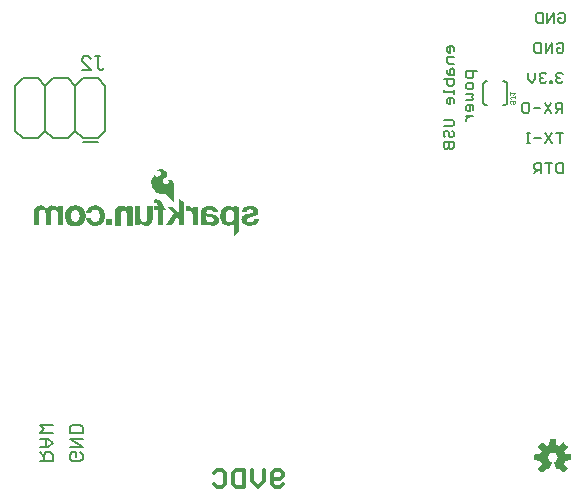
<source format=gbr>
G04 EAGLE Gerber RS-274X export*
G75*
%MOMM*%
%FSLAX34Y34*%
%LPD*%
%INSilkscreen Bottom*%
%IPPOS*%
%AMOC8*
5,1,8,0,0,1.08239X$1,22.5*%
G01*
%ADD10C,0.152400*%
%ADD11C,0.355600*%
%ADD12C,0.203200*%
%ADD13C,0.127000*%
%ADD14C,0.025400*%
%ADD15R,0.495300X0.485100*%

G36*
X731320Y22046D02*
X731320Y22046D01*
X731428Y22056D01*
X731441Y22062D01*
X731455Y22064D01*
X731552Y22112D01*
X731651Y22157D01*
X731664Y22168D01*
X731673Y22172D01*
X731688Y22188D01*
X731765Y22250D01*
X734350Y24835D01*
X734413Y24924D01*
X734479Y25009D01*
X734484Y25022D01*
X734492Y25034D01*
X734523Y25137D01*
X734559Y25240D01*
X734559Y25254D01*
X734563Y25267D01*
X734559Y25375D01*
X734560Y25484D01*
X734555Y25497D01*
X734555Y25511D01*
X734517Y25613D01*
X734482Y25715D01*
X734473Y25730D01*
X734469Y25739D01*
X734455Y25756D01*
X734401Y25838D01*
X731637Y29228D01*
X732194Y30310D01*
X732200Y30330D01*
X732242Y30425D01*
X732613Y31584D01*
X736964Y32027D01*
X737068Y32055D01*
X737174Y32080D01*
X737186Y32087D01*
X737199Y32090D01*
X737289Y32151D01*
X737382Y32208D01*
X737390Y32219D01*
X737402Y32227D01*
X737468Y32313D01*
X737537Y32397D01*
X737541Y32410D01*
X737550Y32421D01*
X737584Y32524D01*
X737623Y32625D01*
X737624Y32643D01*
X737628Y32652D01*
X737628Y32674D01*
X737637Y32772D01*
X737637Y36428D01*
X737620Y36535D01*
X737606Y36643D01*
X737600Y36655D01*
X737598Y36669D01*
X737546Y36765D01*
X737499Y36862D01*
X737489Y36872D01*
X737483Y36884D01*
X737403Y36958D01*
X737327Y37035D01*
X737315Y37041D01*
X737305Y37051D01*
X737206Y37096D01*
X737109Y37144D01*
X737091Y37148D01*
X737082Y37152D01*
X737061Y37154D01*
X736964Y37173D01*
X732613Y37616D01*
X732242Y38775D01*
X732233Y38793D01*
X732231Y38800D01*
X732227Y38807D01*
X732194Y38890D01*
X731637Y39972D01*
X734401Y43362D01*
X734455Y43456D01*
X734512Y43548D01*
X734515Y43561D01*
X734522Y43573D01*
X734543Y43680D01*
X734568Y43785D01*
X734566Y43799D01*
X734569Y43813D01*
X734554Y43920D01*
X734544Y44028D01*
X734538Y44041D01*
X734536Y44055D01*
X734488Y44152D01*
X734443Y44251D01*
X734432Y44264D01*
X734428Y44273D01*
X734412Y44288D01*
X734350Y44365D01*
X731765Y46950D01*
X731676Y47013D01*
X731591Y47079D01*
X731578Y47084D01*
X731566Y47092D01*
X731463Y47123D01*
X731360Y47159D01*
X731346Y47159D01*
X731333Y47163D01*
X731225Y47159D01*
X731116Y47160D01*
X731103Y47155D01*
X731089Y47155D01*
X730987Y47117D01*
X730885Y47082D01*
X730870Y47073D01*
X730861Y47069D01*
X730844Y47055D01*
X730762Y47001D01*
X727372Y44237D01*
X726290Y44794D01*
X726270Y44800D01*
X726175Y44842D01*
X725016Y45213D01*
X724573Y49564D01*
X724545Y49668D01*
X724520Y49774D01*
X724513Y49786D01*
X724510Y49799D01*
X724449Y49889D01*
X724392Y49982D01*
X724381Y49990D01*
X724373Y50002D01*
X724287Y50068D01*
X724203Y50137D01*
X724190Y50141D01*
X724179Y50150D01*
X724076Y50184D01*
X723975Y50223D01*
X723957Y50224D01*
X723948Y50228D01*
X723926Y50228D01*
X723828Y50237D01*
X720172Y50237D01*
X720065Y50220D01*
X719957Y50206D01*
X719945Y50200D01*
X719931Y50198D01*
X719835Y50146D01*
X719738Y50099D01*
X719728Y50089D01*
X719716Y50083D01*
X719642Y50003D01*
X719565Y49927D01*
X719559Y49915D01*
X719549Y49905D01*
X719504Y49806D01*
X719456Y49709D01*
X719452Y49691D01*
X719448Y49682D01*
X719446Y49661D01*
X719427Y49564D01*
X718984Y45213D01*
X717825Y44842D01*
X717807Y44832D01*
X717710Y44794D01*
X716628Y44237D01*
X713238Y47001D01*
X713144Y47055D01*
X713052Y47112D01*
X713039Y47115D01*
X713027Y47122D01*
X712920Y47143D01*
X712815Y47168D01*
X712801Y47166D01*
X712787Y47169D01*
X712680Y47154D01*
X712572Y47144D01*
X712559Y47138D01*
X712546Y47136D01*
X712448Y47088D01*
X712349Y47043D01*
X712336Y47032D01*
X712327Y47028D01*
X712312Y47012D01*
X712235Y46950D01*
X709650Y44365D01*
X709587Y44276D01*
X709521Y44191D01*
X709516Y44178D01*
X709508Y44166D01*
X709477Y44063D01*
X709441Y43960D01*
X709441Y43946D01*
X709437Y43933D01*
X709441Y43825D01*
X709440Y43716D01*
X709445Y43703D01*
X709445Y43689D01*
X709483Y43587D01*
X709518Y43485D01*
X709527Y43470D01*
X709531Y43461D01*
X709545Y43444D01*
X709599Y43362D01*
X712363Y39972D01*
X711806Y38890D01*
X711800Y38870D01*
X711758Y38775D01*
X711387Y37616D01*
X707036Y37173D01*
X706932Y37145D01*
X706826Y37120D01*
X706814Y37113D01*
X706801Y37110D01*
X706711Y37049D01*
X706618Y36992D01*
X706610Y36981D01*
X706598Y36973D01*
X706532Y36887D01*
X706464Y36803D01*
X706459Y36790D01*
X706450Y36779D01*
X706416Y36676D01*
X706377Y36575D01*
X706376Y36557D01*
X706372Y36548D01*
X706373Y36526D01*
X706363Y36428D01*
X706363Y32772D01*
X706380Y32665D01*
X706394Y32557D01*
X706400Y32545D01*
X706402Y32531D01*
X706454Y32435D01*
X706501Y32338D01*
X706511Y32328D01*
X706517Y32316D01*
X706597Y32242D01*
X706673Y32165D01*
X706685Y32159D01*
X706696Y32149D01*
X706794Y32104D01*
X706891Y32056D01*
X706909Y32052D01*
X706918Y32048D01*
X706939Y32046D01*
X707036Y32027D01*
X711387Y31584D01*
X711758Y30425D01*
X711768Y30407D01*
X711806Y30310D01*
X712363Y29228D01*
X709599Y25838D01*
X709545Y25744D01*
X709488Y25652D01*
X709485Y25639D01*
X709478Y25627D01*
X709457Y25520D01*
X709432Y25415D01*
X709434Y25401D01*
X709431Y25387D01*
X709446Y25280D01*
X709456Y25172D01*
X709462Y25159D01*
X709464Y25146D01*
X709512Y25048D01*
X709557Y24949D01*
X709568Y24936D01*
X709572Y24927D01*
X709588Y24912D01*
X709650Y24835D01*
X712235Y22250D01*
X712324Y22187D01*
X712409Y22121D01*
X712422Y22116D01*
X712434Y22108D01*
X712537Y22077D01*
X712640Y22041D01*
X712654Y22041D01*
X712667Y22037D01*
X712775Y22041D01*
X712884Y22040D01*
X712897Y22045D01*
X712911Y22045D01*
X713013Y22083D01*
X713115Y22118D01*
X713130Y22127D01*
X713139Y22131D01*
X713156Y22145D01*
X713238Y22199D01*
X716628Y24963D01*
X717710Y24406D01*
X717763Y24389D01*
X717812Y24363D01*
X717878Y24352D01*
X717942Y24331D01*
X717998Y24332D01*
X718052Y24323D01*
X718119Y24334D01*
X718186Y24335D01*
X718238Y24353D01*
X718293Y24362D01*
X718353Y24394D01*
X718416Y24417D01*
X718459Y24451D01*
X718509Y24477D01*
X718555Y24526D01*
X718607Y24568D01*
X718638Y24615D01*
X718676Y24655D01*
X718732Y24760D01*
X718740Y24773D01*
X718741Y24778D01*
X718745Y24785D01*
X720898Y29982D01*
X720918Y30065D01*
X720923Y30078D01*
X720925Y30094D01*
X720950Y30179D01*
X720949Y30200D01*
X720954Y30220D01*
X720946Y30302D01*
X720947Y30321D01*
X720943Y30341D01*
X720939Y30422D01*
X720932Y30442D01*
X720930Y30463D01*
X720898Y30532D01*
X720892Y30559D01*
X720877Y30583D01*
X720851Y30650D01*
X720838Y30666D01*
X720829Y30685D01*
X720784Y30734D01*
X720764Y30766D01*
X720733Y30791D01*
X720695Y30837D01*
X720672Y30853D01*
X720662Y30863D01*
X720641Y30875D01*
X720576Y30920D01*
X720575Y30921D01*
X720574Y30922D01*
X719675Y31428D01*
X718988Y32072D01*
X718473Y32860D01*
X718161Y33748D01*
X718069Y34685D01*
X718202Y35617D01*
X718553Y36491D01*
X719102Y37256D01*
X719816Y37869D01*
X720656Y38294D01*
X721573Y38508D01*
X722514Y38498D01*
X723426Y38264D01*
X724256Y37821D01*
X724957Y37192D01*
X725489Y36415D01*
X725820Y35534D01*
X725933Y34599D01*
X725825Y33682D01*
X725505Y32814D01*
X724991Y32045D01*
X724312Y31418D01*
X723428Y30923D01*
X723386Y30890D01*
X723344Y30867D01*
X723313Y30834D01*
X723265Y30799D01*
X723253Y30783D01*
X723237Y30770D01*
X723202Y30715D01*
X723177Y30689D01*
X723164Y30659D01*
X723122Y30601D01*
X723116Y30582D01*
X723106Y30565D01*
X723087Y30490D01*
X723077Y30467D01*
X723074Y30443D01*
X723051Y30368D01*
X723052Y30348D01*
X723047Y30328D01*
X723054Y30242D01*
X723053Y30224D01*
X723056Y30208D01*
X723059Y30124D01*
X723067Y30099D01*
X723068Y30085D01*
X723078Y30063D01*
X723102Y29982D01*
X724031Y27739D01*
X724031Y27738D01*
X724962Y25491D01*
X724963Y25491D01*
X725255Y24785D01*
X725284Y24738D01*
X725305Y24686D01*
X725348Y24635D01*
X725384Y24578D01*
X725427Y24543D01*
X725463Y24500D01*
X725520Y24466D01*
X725572Y24423D01*
X725624Y24404D01*
X725672Y24375D01*
X725738Y24361D01*
X725801Y24337D01*
X725856Y24335D01*
X725910Y24324D01*
X725977Y24331D01*
X726044Y24329D01*
X726098Y24345D01*
X726153Y24352D01*
X726264Y24396D01*
X726278Y24400D01*
X726282Y24403D01*
X726290Y24406D01*
X727372Y24963D01*
X730762Y22199D01*
X730856Y22145D01*
X730948Y22088D01*
X730961Y22085D01*
X730973Y22078D01*
X731080Y22057D01*
X731185Y22032D01*
X731199Y22034D01*
X731213Y22031D01*
X731320Y22046D01*
G37*
G36*
X400834Y250347D02*
X400834Y250347D01*
X400876Y250362D01*
X400878Y250367D01*
X400882Y250369D01*
X400911Y250442D01*
X400915Y250453D01*
X400915Y250454D01*
X400915Y265618D01*
X400913Y265623D01*
X400915Y265629D01*
X400845Y266460D01*
X400839Y266471D01*
X400840Y266486D01*
X400600Y267285D01*
X400592Y267295D01*
X400590Y267309D01*
X400189Y268041D01*
X400179Y268049D01*
X400174Y268062D01*
X399704Y268612D01*
X399693Y268617D01*
X399686Y268629D01*
X399116Y269074D01*
X399104Y269077D01*
X399094Y269087D01*
X398446Y269408D01*
X398434Y269409D01*
X398422Y269417D01*
X397723Y269601D01*
X397712Y269600D01*
X397701Y269605D01*
X396761Y269678D01*
X396752Y269675D01*
X396741Y269678D01*
X395801Y269605D01*
X395797Y269603D01*
X395791Y269604D01*
X395308Y269528D01*
X395269Y269503D01*
X395229Y269482D01*
X395228Y269478D01*
X395225Y269476D01*
X395215Y269431D01*
X395203Y269387D01*
X395205Y269383D01*
X395204Y269379D01*
X395229Y269341D01*
X395253Y269302D01*
X395257Y269301D01*
X395259Y269298D01*
X395300Y269289D01*
X395340Y269277D01*
X395498Y269293D01*
X395636Y269265D01*
X395769Y269194D01*
X396593Y268595D01*
X396711Y268481D01*
X396783Y268343D01*
X396876Y267928D01*
X396876Y267500D01*
X396783Y267084D01*
X396577Y266680D01*
X396264Y266352D01*
X395658Y265987D01*
X394980Y265780D01*
X394269Y265745D01*
X393659Y265842D01*
X393073Y266040D01*
X392530Y266333D01*
X392105Y266698D01*
X391790Y267158D01*
X391604Y267683D01*
X391561Y268239D01*
X391663Y268787D01*
X391903Y269290D01*
X392273Y269725D01*
X392471Y269935D01*
X393066Y270566D01*
X393661Y271197D01*
X393726Y271266D01*
X393729Y271276D01*
X393738Y271282D01*
X394925Y273040D01*
X394927Y273053D01*
X394937Y273063D01*
X395217Y273751D01*
X395216Y273766D01*
X395225Y273781D01*
X395324Y274516D01*
X395320Y274531D01*
X395325Y274548D01*
X395238Y275285D01*
X395230Y275298D01*
X395230Y275316D01*
X394963Y276008D01*
X394952Y276019D01*
X394948Y276036D01*
X394517Y276639D01*
X394507Y276646D01*
X394501Y276658D01*
X393805Y277316D01*
X393797Y277319D01*
X393792Y277327D01*
X393015Y277887D01*
X393005Y277890D01*
X392997Y277898D01*
X392217Y278286D01*
X392205Y278287D01*
X392194Y278295D01*
X391354Y278526D01*
X391342Y278525D01*
X391330Y278531D01*
X390462Y278597D01*
X390452Y278593D01*
X390440Y278597D01*
X389540Y278511D01*
X389531Y278507D01*
X389521Y278508D01*
X388643Y278288D01*
X388635Y278282D01*
X388623Y278281D01*
X388395Y278180D01*
X388039Y278028D01*
X388038Y278028D01*
X387534Y277807D01*
X387524Y277796D01*
X387507Y277791D01*
X387072Y277453D01*
X387069Y277446D01*
X387061Y277442D01*
X387036Y277417D01*
X387033Y277416D01*
X386998Y277324D01*
X387039Y277235D01*
X387124Y277202D01*
X387727Y277202D01*
X388238Y277145D01*
X388728Y277006D01*
X389209Y276751D01*
X389604Y276381D01*
X389890Y275921D01*
X390047Y275402D01*
X390059Y275099D01*
X390000Y274799D01*
X389794Y274305D01*
X389511Y273847D01*
X389160Y273437D01*
X388748Y273083D01*
X387846Y272432D01*
X387358Y272183D01*
X386829Y272085D01*
X386290Y272143D01*
X386116Y272208D01*
X385755Y272457D01*
X385481Y272796D01*
X385437Y272899D01*
X385421Y273019D01*
X385421Y273899D01*
X385404Y273940D01*
X385390Y273982D01*
X385385Y273985D01*
X385383Y273990D01*
X385342Y274006D01*
X385302Y274025D01*
X385296Y274023D01*
X385291Y274025D01*
X385264Y274013D01*
X385215Y273997D01*
X384089Y273076D01*
X384083Y273064D01*
X384071Y273057D01*
X383164Y271920D01*
X383161Y271909D01*
X383152Y271901D01*
X382650Y270967D01*
X382649Y270957D01*
X382643Y270949D01*
X382285Y269952D01*
X382285Y269942D01*
X382280Y269933D01*
X382073Y268894D01*
X382075Y268884D01*
X382074Y268882D01*
X382075Y268882D01*
X382071Y268873D01*
X382011Y266945D01*
X382015Y266934D01*
X382012Y266922D01*
X382300Y265015D01*
X382306Y265005D01*
X382306Y264993D01*
X382934Y263169D01*
X382941Y263160D01*
X382943Y263148D01*
X383890Y261467D01*
X383898Y261461D01*
X383901Y261450D01*
X384786Y260343D01*
X384793Y260340D01*
X384795Y260334D01*
X384796Y260334D01*
X384798Y260330D01*
X385829Y259358D01*
X385837Y259355D01*
X385843Y259347D01*
X387000Y258530D01*
X387010Y258528D01*
X387018Y258520D01*
X388248Y257920D01*
X388259Y257919D01*
X388269Y257911D01*
X389588Y257543D01*
X389599Y257545D01*
X389610Y257539D01*
X390974Y257415D01*
X390979Y257417D01*
X390985Y257415D01*
X393260Y257415D01*
X393628Y257350D01*
X393979Y257223D01*
X394969Y256634D01*
X395823Y255852D01*
X400695Y250370D01*
X400699Y250368D01*
X400701Y250363D01*
X400743Y250347D01*
X400784Y250328D01*
X400788Y250330D01*
X400793Y250328D01*
X400834Y250347D01*
G37*
G36*
X452201Y221653D02*
X452201Y221653D01*
X452203Y221652D01*
X452224Y221661D01*
X452284Y221684D01*
X456424Y225418D01*
X456426Y225424D01*
X456432Y225427D01*
X456456Y225487D01*
X456465Y225508D01*
X456464Y225510D01*
X456465Y225512D01*
X456465Y246086D01*
X456450Y246123D01*
X456440Y246162D01*
X456431Y246168D01*
X456427Y246177D01*
X456399Y246188D01*
X456363Y246210D01*
X452477Y246946D01*
X452462Y246943D01*
X452447Y246948D01*
X452415Y246933D01*
X452380Y246925D01*
X452372Y246912D01*
X452359Y246906D01*
X452344Y246867D01*
X452328Y246842D01*
X452331Y246831D01*
X452327Y246820D01*
X452351Y244903D01*
X452217Y245052D01*
X452216Y245053D01*
X452216Y245054D01*
X451327Y246019D01*
X451321Y246021D01*
X451317Y246028D01*
X450974Y246329D01*
X450963Y246333D01*
X450955Y246343D01*
X450561Y246576D01*
X450552Y246577D01*
X450544Y246584D01*
X449223Y247117D01*
X449212Y247117D01*
X449202Y247124D01*
X448720Y247226D01*
X448708Y247223D01*
X448696Y247228D01*
X446715Y247253D01*
X446704Y247249D01*
X446692Y247251D01*
X445607Y247068D01*
X445597Y247061D01*
X445583Y247061D01*
X444558Y246661D01*
X444551Y246653D01*
X444539Y246651D01*
X443637Y246110D01*
X443632Y246104D01*
X443623Y246101D01*
X442799Y245448D01*
X442793Y245438D01*
X442783Y245433D01*
X441991Y244543D01*
X441987Y244530D01*
X441975Y244521D01*
X441396Y243480D01*
X441394Y243468D01*
X441386Y243457D01*
X440712Y241344D01*
X440713Y241333D01*
X440707Y241322D01*
X440424Y239122D01*
X440427Y239111D01*
X440423Y239099D01*
X440541Y236884D01*
X440546Y236874D01*
X440544Y236862D01*
X440867Y235486D01*
X440874Y235477D01*
X440874Y235465D01*
X441430Y234165D01*
X441438Y234157D01*
X441440Y234146D01*
X442212Y232961D01*
X442221Y232955D01*
X442226Y232944D01*
X442883Y232237D01*
X442893Y232233D01*
X442899Y232223D01*
X443667Y231638D01*
X443678Y231636D01*
X443685Y231627D01*
X444541Y231181D01*
X444552Y231180D01*
X444561Y231172D01*
X445480Y230878D01*
X445490Y230879D01*
X445500Y230873D01*
X446712Y230684D01*
X446721Y230686D01*
X446730Y230683D01*
X447957Y230666D01*
X447965Y230669D01*
X447975Y230667D01*
X449192Y230822D01*
X449202Y230827D01*
X449214Y230827D01*
X450058Y231091D01*
X450068Y231099D01*
X450083Y231102D01*
X450852Y231539D01*
X450860Y231549D01*
X450874Y231554D01*
X451534Y232144D01*
X451540Y232156D01*
X451552Y232164D01*
X452072Y232880D01*
X452073Y232882D01*
X452073Y221778D01*
X452091Y221734D01*
X452108Y221691D01*
X452110Y221690D01*
X452111Y221687D01*
X452155Y221670D01*
X452199Y221652D01*
X452201Y221653D01*
G37*
G36*
X286771Y231000D02*
X286771Y231000D01*
X286773Y230999D01*
X286816Y231019D01*
X286860Y231037D01*
X286860Y231039D01*
X286862Y231040D01*
X286895Y231125D01*
X286895Y241404D01*
X287002Y242284D01*
X287314Y243106D01*
X287575Y243490D01*
X287918Y243803D01*
X288324Y244029D01*
X288772Y244157D01*
X289676Y244225D01*
X290579Y244133D01*
X290989Y244007D01*
X291361Y243797D01*
X291376Y243783D01*
X291517Y243657D01*
X291657Y243530D01*
X291679Y243511D01*
X292064Y242983D01*
X292337Y242388D01*
X292486Y241749D01*
X292561Y240646D01*
X292561Y231125D01*
X292562Y231123D01*
X292561Y231121D01*
X292581Y231078D01*
X292599Y231034D01*
X292601Y231034D01*
X292602Y231032D01*
X292687Y230999D01*
X297005Y230999D01*
X297007Y231000D01*
X297009Y230999D01*
X297052Y231019D01*
X297096Y231037D01*
X297096Y231039D01*
X297098Y231040D01*
X297131Y231125D01*
X297131Y241684D01*
X297211Y242347D01*
X297442Y242966D01*
X297812Y243513D01*
X298159Y243831D01*
X298568Y244064D01*
X299018Y244200D01*
X299495Y244232D01*
X300343Y244182D01*
X300783Y244100D01*
X301187Y243922D01*
X301542Y243656D01*
X302361Y242712D01*
X302645Y242174D01*
X302776Y241583D01*
X302746Y240961D01*
X302747Y240958D01*
X302746Y240955D01*
X302746Y231150D01*
X302747Y231148D01*
X302746Y231146D01*
X302766Y231103D01*
X302784Y231059D01*
X302786Y231059D01*
X302787Y231057D01*
X302872Y231024D01*
X307190Y231024D01*
X307192Y231025D01*
X307194Y231024D01*
X307237Y231044D01*
X307281Y231062D01*
X307281Y231064D01*
X307283Y231065D01*
X307316Y231150D01*
X307316Y247203D01*
X307315Y247205D01*
X307316Y247207D01*
X307296Y247250D01*
X307278Y247294D01*
X307276Y247294D01*
X307275Y247296D01*
X307190Y247329D01*
X303203Y247329D01*
X303201Y247328D01*
X303199Y247329D01*
X303156Y247309D01*
X303112Y247291D01*
X303112Y247289D01*
X303110Y247288D01*
X303077Y247203D01*
X303077Y245150D01*
X303046Y245157D01*
X302744Y245553D01*
X302738Y245556D01*
X302735Y245564D01*
X301973Y246351D01*
X301965Y246354D01*
X301961Y246361D01*
X301199Y246973D01*
X301185Y246977D01*
X301173Y246990D01*
X300283Y247394D01*
X300271Y247394D01*
X300260Y247402D01*
X299168Y247656D01*
X299159Y247655D01*
X299151Y247659D01*
X297779Y247786D01*
X297769Y247783D01*
X297758Y247786D01*
X296801Y247717D01*
X296790Y247711D01*
X296776Y247712D01*
X295853Y247452D01*
X295843Y247444D01*
X295830Y247442D01*
X295040Y247039D01*
X295032Y247030D01*
X295019Y247026D01*
X294321Y246480D01*
X294315Y246469D01*
X294303Y246463D01*
X293721Y245794D01*
X293718Y245782D01*
X293707Y245774D01*
X293327Y245116D01*
X293285Y245158D01*
X292830Y245639D01*
X292827Y245640D01*
X292826Y245643D01*
X292038Y246402D01*
X292029Y246405D01*
X292024Y246414D01*
X291135Y247052D01*
X291124Y247054D01*
X291116Y247062D01*
X290311Y247456D01*
X290299Y247456D01*
X290288Y247464D01*
X289423Y247696D01*
X289411Y247694D01*
X289399Y247700D01*
X288505Y247761D01*
X288496Y247758D01*
X288485Y247761D01*
X287206Y247654D01*
X287199Y247650D01*
X287192Y247652D01*
X285932Y247403D01*
X285923Y247397D01*
X285911Y247397D01*
X285045Y247071D01*
X285035Y247061D01*
X285020Y247058D01*
X284246Y246551D01*
X284239Y246539D01*
X284225Y246533D01*
X283579Y245869D01*
X283576Y245859D01*
X283572Y245858D01*
X283571Y245854D01*
X283563Y245848D01*
X282975Y244909D01*
X282973Y244896D01*
X282963Y244886D01*
X282577Y243847D01*
X282578Y243834D01*
X282571Y243822D01*
X282402Y242726D01*
X282405Y242717D01*
X282401Y242707D01*
X282401Y231125D01*
X282402Y231123D01*
X282401Y231121D01*
X282421Y231078D01*
X282439Y231034D01*
X282441Y231034D01*
X282442Y231032D01*
X282527Y230999D01*
X286769Y230999D01*
X286771Y231000D01*
G37*
G36*
X434651Y230669D02*
X434651Y230669D01*
X434662Y230674D01*
X434676Y230672D01*
X436048Y230980D01*
X436059Y230988D01*
X436074Y230989D01*
X437343Y231595D01*
X437352Y231605D01*
X437366Y231609D01*
X437814Y231951D01*
X437820Y231961D01*
X437832Y231967D01*
X438209Y232387D01*
X438213Y232398D01*
X438223Y232406D01*
X438515Y232889D01*
X438517Y232900D01*
X438525Y232910D01*
X438898Y233903D01*
X438898Y233914D01*
X438904Y233925D01*
X439093Y234969D01*
X439090Y234980D01*
X439095Y234992D01*
X439092Y236053D01*
X439089Y236060D01*
X439091Y236063D01*
X439088Y236070D01*
X439089Y236080D01*
X438883Y237021D01*
X438874Y237033D01*
X438873Y237050D01*
X438444Y237912D01*
X438434Y237921D01*
X438429Y237936D01*
X437931Y238545D01*
X437926Y238548D01*
X437924Y238552D01*
X437918Y238554D01*
X437913Y238563D01*
X437303Y239061D01*
X437291Y239064D01*
X437282Y239075D01*
X436586Y239441D01*
X436575Y239442D01*
X436566Y239449D01*
X435081Y239933D01*
X435073Y239932D01*
X435064Y239937D01*
X433527Y240215D01*
X433523Y240214D01*
X433518Y240217D01*
X431312Y240445D01*
X430006Y240671D01*
X429537Y240836D01*
X429109Y241082D01*
X428825Y241343D01*
X428765Y241430D01*
X428723Y241527D01*
X428612Y242048D01*
X428612Y242579D01*
X428723Y243100D01*
X428862Y243414D01*
X429061Y243693D01*
X429314Y243927D01*
X429628Y244120D01*
X429974Y244248D01*
X430343Y244309D01*
X431698Y244359D01*
X432285Y244305D01*
X432846Y244140D01*
X433310Y243885D01*
X433700Y243529D01*
X433995Y243091D01*
X434179Y242596D01*
X434242Y242065D01*
X434242Y242022D01*
X434243Y242020D01*
X434242Y242018D01*
X434262Y241975D01*
X434280Y241931D01*
X434282Y241931D01*
X434283Y241929D01*
X434368Y241896D01*
X438509Y241896D01*
X438510Y241894D01*
X438552Y241884D01*
X438594Y241870D01*
X438600Y241873D01*
X438606Y241872D01*
X438631Y241888D01*
X438676Y241909D01*
X438701Y241934D01*
X438701Y241935D01*
X438717Y241977D01*
X438736Y242026D01*
X438736Y242027D01*
X438716Y242069D01*
X438697Y242112D01*
X438575Y243003D01*
X438569Y243014D01*
X438569Y243029D01*
X438235Y243970D01*
X438226Y243980D01*
X438223Y243994D01*
X437704Y244847D01*
X437693Y244855D01*
X437688Y244868D01*
X437005Y245598D01*
X436993Y245603D01*
X436985Y245615D01*
X436168Y246189D01*
X436156Y246192D01*
X436147Y246201D01*
X434989Y246730D01*
X434979Y246730D01*
X434970Y246737D01*
X433741Y247071D01*
X433732Y247070D01*
X433723Y247074D01*
X431983Y247288D01*
X431975Y247285D01*
X431967Y247288D01*
X430213Y247280D01*
X430206Y247277D01*
X430197Y247279D01*
X428458Y247049D01*
X428450Y247044D01*
X428439Y247045D01*
X427025Y246620D01*
X427016Y246612D01*
X427002Y246611D01*
X425699Y245917D01*
X425690Y245907D01*
X425676Y245902D01*
X425114Y245419D01*
X425107Y245405D01*
X425093Y245396D01*
X424666Y244791D01*
X424663Y244776D01*
X424651Y244764D01*
X424384Y244073D01*
X424385Y244058D01*
X424377Y244043D01*
X424286Y243308D01*
X424288Y243300D01*
X424285Y243292D01*
X424285Y238466D01*
X424286Y238464D01*
X424285Y238462D01*
X424292Y238447D01*
X424260Y238363D01*
X424285Y234025D01*
X424183Y232688D01*
X423834Y231393D01*
X423760Y231194D01*
X423761Y231169D01*
X423752Y231146D01*
X423763Y231122D01*
X423764Y231096D01*
X423783Y231079D01*
X423793Y231057D01*
X423820Y231046D01*
X423838Y231030D01*
X423857Y231032D01*
X423878Y231024D01*
X427912Y231024D01*
X427948Y231021D01*
X427976Y231030D01*
X428016Y231034D01*
X428053Y231053D01*
X428072Y231075D01*
X428104Y231099D01*
X428126Y231135D01*
X428128Y231152D01*
X428140Y231168D01*
X428216Y231448D01*
X428215Y231451D01*
X428217Y231454D01*
X428444Y232483D01*
X428454Y232506D01*
X428460Y232512D01*
X428468Y232514D01*
X428477Y232513D01*
X428501Y232497D01*
X429328Y231794D01*
X429339Y231790D01*
X429348Y231780D01*
X430299Y231240D01*
X430310Y231239D01*
X430320Y231231D01*
X431355Y230878D01*
X431367Y230879D01*
X431377Y230873D01*
X432995Y230632D01*
X433005Y230635D01*
X433016Y230631D01*
X434651Y230669D01*
G37*
G36*
X409784Y230898D02*
X409784Y230898D01*
X409787Y230897D01*
X409870Y230934D01*
X409921Y230985D01*
X409923Y230988D01*
X409925Y230989D01*
X409958Y231074D01*
X409958Y250404D01*
X409950Y250423D01*
X409952Y250443D01*
X409931Y250470D01*
X409920Y250495D01*
X409906Y250500D01*
X409895Y250514D01*
X405755Y252876D01*
X405720Y252880D01*
X405688Y252892D01*
X405673Y252885D01*
X405657Y252887D01*
X405630Y252865D01*
X405599Y252851D01*
X405592Y252835D01*
X405580Y252825D01*
X405578Y252798D01*
X405566Y252766D01*
X405566Y241336D01*
X400091Y246810D01*
X400088Y246812D01*
X400087Y246814D01*
X400002Y246847D01*
X395328Y246847D01*
X395326Y246847D01*
X395325Y246847D01*
X395281Y246827D01*
X395237Y246809D01*
X395237Y246807D01*
X395235Y246806D01*
X395219Y246762D01*
X395202Y246717D01*
X395203Y246715D01*
X395202Y246714D01*
X395240Y246631D01*
X400931Y241065D01*
X394334Y231170D01*
X394327Y231132D01*
X394313Y231095D01*
X394318Y231085D01*
X394316Y231073D01*
X394338Y231042D01*
X394355Y231006D01*
X394366Y231002D01*
X394372Y230993D01*
X394402Y230988D01*
X394440Y230974D01*
X399520Y230999D01*
X399537Y231006D01*
X399555Y231004D01*
X399584Y231026D01*
X399610Y231038D01*
X399615Y231050D01*
X399627Y231060D01*
X403860Y238038D01*
X405515Y236431D01*
X405515Y231023D01*
X405516Y231021D01*
X405515Y231019D01*
X405535Y230976D01*
X405553Y230932D01*
X405555Y230932D01*
X405556Y230930D01*
X405641Y230897D01*
X409781Y230897D01*
X409784Y230898D01*
G37*
G36*
X378216Y230597D02*
X378216Y230597D01*
X378227Y230594D01*
X379260Y230741D01*
X379271Y230747D01*
X379284Y230747D01*
X380270Y231090D01*
X380279Y231098D01*
X380292Y231100D01*
X381194Y231626D01*
X381201Y231636D01*
X381214Y231641D01*
X381468Y231869D01*
X381474Y231880D01*
X381485Y231888D01*
X382146Y232773D01*
X382148Y232784D01*
X382158Y232793D01*
X382646Y233783D01*
X382646Y233795D01*
X382654Y233805D01*
X382954Y234868D01*
X382952Y234879D01*
X382958Y234891D01*
X383059Y235990D01*
X383057Y235996D01*
X383059Y236002D01*
X383059Y246797D01*
X383058Y246799D01*
X383059Y246801D01*
X383039Y246844D01*
X383021Y246888D01*
X383019Y246888D01*
X383018Y246890D01*
X382933Y246923D01*
X378793Y246923D01*
X378791Y246922D01*
X378789Y246923D01*
X378746Y246903D01*
X378702Y246885D01*
X378702Y246883D01*
X378700Y246882D01*
X378667Y246797D01*
X378667Y236800D01*
X378518Y235970D01*
X378175Y235202D01*
X377903Y234840D01*
X377562Y234539D01*
X377167Y234314D01*
X376478Y234091D01*
X375759Y234011D01*
X375038Y234078D01*
X374347Y234290D01*
X373837Y234578D01*
X373406Y234975D01*
X373079Y235460D01*
X372870Y236010D01*
X372645Y237214D01*
X372569Y238444D01*
X372569Y246746D01*
X372568Y246748D01*
X372569Y246750D01*
X372549Y246793D01*
X372531Y246837D01*
X372529Y246837D01*
X372528Y246839D01*
X372443Y246872D01*
X368227Y246872D01*
X368225Y246871D01*
X368223Y246872D01*
X368180Y246852D01*
X368136Y246834D01*
X368136Y246832D01*
X368134Y246831D01*
X368101Y246746D01*
X368101Y231125D01*
X368102Y231123D01*
X368101Y231121D01*
X368121Y231078D01*
X368139Y231034D01*
X368141Y231034D01*
X368142Y231032D01*
X368227Y230999D01*
X372240Y230999D01*
X372242Y231000D01*
X372244Y230999D01*
X372287Y231019D01*
X372331Y231037D01*
X372331Y231039D01*
X372333Y231040D01*
X372366Y231125D01*
X372366Y233182D01*
X372873Y232541D01*
X372881Y232537D01*
X372885Y232528D01*
X373712Y231743D01*
X373721Y231740D01*
X373726Y231732D01*
X374656Y231073D01*
X374665Y231071D01*
X374673Y231063D01*
X374918Y230941D01*
X374929Y230940D01*
X374938Y230933D01*
X375200Y230852D01*
X375209Y230853D01*
X375218Y230848D01*
X376696Y230625D01*
X376704Y230627D01*
X376712Y230623D01*
X378206Y230593D01*
X378216Y230597D01*
G37*
G36*
X365739Y230924D02*
X365739Y230924D01*
X365741Y230923D01*
X365784Y230943D01*
X365828Y230961D01*
X365828Y230963D01*
X365830Y230964D01*
X365863Y231049D01*
X365863Y246771D01*
X365862Y246773D01*
X365863Y246775D01*
X365843Y246818D01*
X365825Y246862D01*
X365823Y246862D01*
X365822Y246864D01*
X365737Y246897D01*
X361699Y246897D01*
X361697Y246896D01*
X361695Y246897D01*
X361652Y246877D01*
X361608Y246859D01*
X361608Y246857D01*
X361606Y246856D01*
X361573Y246771D01*
X361573Y244703D01*
X361531Y244732D01*
X361417Y244868D01*
X361140Y245246D01*
X361136Y245248D01*
X361134Y245253D01*
X360732Y245726D01*
X360725Y245730D01*
X360721Y245738D01*
X360526Y245914D01*
X360386Y246040D01*
X360260Y246154D01*
X360250Y246157D01*
X360242Y246167D01*
X359344Y246734D01*
X359331Y246737D01*
X359320Y246746D01*
X358324Y247115D01*
X358311Y247115D01*
X358298Y247122D01*
X357246Y247277D01*
X357236Y247274D01*
X357225Y247278D01*
X355219Y247228D01*
X355209Y247224D01*
X355196Y247226D01*
X354219Y247020D01*
X354207Y247012D01*
X354191Y247011D01*
X353286Y246589D01*
X353277Y246578D01*
X353262Y246574D01*
X352477Y245956D01*
X352471Y245945D01*
X352459Y245939D01*
X351970Y245364D01*
X351967Y245353D01*
X351957Y245346D01*
X351573Y244697D01*
X351571Y244686D01*
X351563Y244677D01*
X351294Y243972D01*
X351294Y243963D01*
X351289Y243954D01*
X351049Y242847D01*
X351051Y242838D01*
X351047Y242830D01*
X350956Y241701D01*
X350958Y241696D01*
X350956Y241691D01*
X350956Y231150D01*
X350957Y231148D01*
X350956Y231146D01*
X350976Y231103D01*
X350994Y231059D01*
X350996Y231059D01*
X350997Y231057D01*
X351082Y231024D01*
X355171Y231024D01*
X355173Y231025D01*
X355175Y231024D01*
X355218Y231044D01*
X355262Y231062D01*
X355262Y231064D01*
X355264Y231065D01*
X355297Y231150D01*
X355297Y240796D01*
X355362Y241514D01*
X355553Y242202D01*
X355863Y242844D01*
X356159Y243231D01*
X356533Y243540D01*
X356968Y243757D01*
X357268Y243834D01*
X357584Y243851D01*
X358689Y243801D01*
X359245Y243714D01*
X359761Y243510D01*
X360218Y243196D01*
X360735Y242627D01*
X361098Y241948D01*
X361315Y241198D01*
X361395Y240415D01*
X361395Y231049D01*
X361396Y231047D01*
X361395Y231045D01*
X361415Y231002D01*
X361433Y230958D01*
X361435Y230958D01*
X361436Y230956D01*
X361521Y230923D01*
X365737Y230923D01*
X365739Y230924D01*
G37*
G36*
X317453Y230852D02*
X317453Y230852D01*
X317469Y230848D01*
X320466Y231254D01*
X320487Y231266D01*
X320516Y231272D01*
X323361Y233050D01*
X323375Y233071D01*
X323400Y233089D01*
X325000Y235578D01*
X325004Y235601D01*
X325019Y235626D01*
X325629Y239512D01*
X325623Y239534D01*
X325627Y239560D01*
X324814Y243116D01*
X324799Y243137D01*
X324790Y243166D01*
X322656Y245884D01*
X322634Y245896D01*
X322613Y245919D01*
X319235Y247596D01*
X319215Y247597D01*
X319194Y247608D01*
X317721Y247785D01*
X317714Y247783D01*
X317706Y247786D01*
X317655Y247786D01*
X317635Y247778D01*
X317609Y247777D01*
X317482Y247727D01*
X317461Y247707D01*
X317435Y247695D01*
X317426Y247673D01*
X317411Y247659D01*
X317412Y247635D01*
X317402Y247610D01*
X317402Y244689D01*
X317419Y244649D01*
X317431Y244608D01*
X317438Y244604D01*
X317440Y244598D01*
X317468Y244587D01*
X317511Y244564D01*
X318606Y244414D01*
X319754Y243779D01*
X320542Y242695D01*
X320938Y241806D01*
X321212Y240332D01*
X321263Y238473D01*
X321088Y237225D01*
X320713Y236076D01*
X320175Y235049D01*
X318527Y234041D01*
X316779Y233819D01*
X315028Y234411D01*
X314958Y234475D01*
X314680Y234728D01*
X314402Y234980D01*
X314263Y235106D01*
X313986Y235359D01*
X313985Y235359D01*
X313949Y235392D01*
X313406Y236602D01*
X313031Y238150D01*
X313031Y239575D01*
X313282Y241504D01*
X314026Y243116D01*
X314860Y243925D01*
X315813Y244438D01*
X317000Y244537D01*
X317096Y244537D01*
X317099Y244538D01*
X317102Y244537D01*
X317144Y244557D01*
X317187Y244575D01*
X317188Y244578D01*
X317191Y244580D01*
X317222Y244665D01*
X317196Y246253D01*
X317193Y246379D01*
X317193Y246380D01*
X317191Y246506D01*
X317189Y246632D01*
X317187Y246758D01*
X317185Y246884D01*
X317185Y246885D01*
X317183Y247011D01*
X317181Y247137D01*
X317179Y247263D01*
X317176Y247389D01*
X317176Y247390D01*
X317174Y247516D01*
X317172Y247637D01*
X317168Y247646D01*
X317171Y247655D01*
X317149Y247690D01*
X317132Y247727D01*
X317124Y247730D01*
X317119Y247738D01*
X317067Y247751D01*
X317040Y247761D01*
X317035Y247759D01*
X317030Y247760D01*
X315023Y247506D01*
X315012Y247500D01*
X314998Y247500D01*
X313372Y246941D01*
X313360Y246930D01*
X313341Y246926D01*
X311360Y245555D01*
X311352Y245542D01*
X311336Y245533D01*
X310244Y244263D01*
X310239Y244247D01*
X310225Y244232D01*
X309184Y241895D01*
X309183Y241878D01*
X309174Y241860D01*
X308894Y239675D01*
X308898Y239660D01*
X308894Y239644D01*
X309148Y237536D01*
X309152Y237528D01*
X309151Y237517D01*
X309837Y235053D01*
X309848Y235039D01*
X309852Y235020D01*
X310665Y233725D01*
X310677Y233716D01*
X310685Y233701D01*
X311879Y232558D01*
X311888Y232554D01*
X311893Y232546D01*
X313010Y231759D01*
X313027Y231755D01*
X313042Y231743D01*
X314896Y231108D01*
X314910Y231109D01*
X314924Y231101D01*
X317439Y230847D01*
X317453Y230852D01*
G37*
G36*
X465434Y230645D02*
X465434Y230645D01*
X465441Y230643D01*
X468007Y230821D01*
X468016Y230826D01*
X468026Y230824D01*
X468947Y231036D01*
X468958Y231044D01*
X468972Y231045D01*
X469829Y231442D01*
X469835Y231449D01*
X469844Y231451D01*
X471038Y232213D01*
X471043Y232219D01*
X471051Y232222D01*
X471566Y232653D01*
X471571Y232664D01*
X471583Y232670D01*
X472003Y233194D01*
X472007Y233205D01*
X472017Y233214D01*
X472326Y233810D01*
X472327Y233819D01*
X472334Y233827D01*
X472766Y235097D01*
X472765Y235107D01*
X472770Y235116D01*
X472872Y235700D01*
X472871Y235707D01*
X472874Y235713D01*
X472899Y236069D01*
X472898Y236073D01*
X472899Y236076D01*
X472898Y236078D01*
X472899Y236082D01*
X472887Y236108D01*
X472884Y236138D01*
X472883Y236139D01*
X472883Y236140D01*
X472872Y236149D01*
X472867Y236162D01*
X472861Y236165D01*
X472858Y236171D01*
X472828Y236183D01*
X472808Y236199D01*
X472806Y236199D01*
X472805Y236200D01*
X472790Y236199D01*
X472778Y236204D01*
X472776Y236203D01*
X472773Y236204D01*
X468912Y236204D01*
X468910Y236203D01*
X468908Y236204D01*
X468865Y236184D01*
X468821Y236166D01*
X468821Y236164D01*
X468819Y236163D01*
X468786Y236078D01*
X468786Y236031D01*
X468757Y235534D01*
X468611Y235072D01*
X468355Y234658D01*
X468251Y234553D01*
X468125Y234427D01*
X467913Y234215D01*
X467386Y233878D01*
X466799Y233661D01*
X466237Y233588D01*
X464907Y233588D01*
X464304Y233662D01*
X463737Y233859D01*
X463224Y234171D01*
X462937Y234455D01*
X462728Y234800D01*
X462611Y235185D01*
X462594Y235589D01*
X462679Y235984D01*
X462860Y236346D01*
X463125Y236650D01*
X463461Y236881D01*
X464568Y237351D01*
X465742Y237657D01*
X469373Y238520D01*
X469380Y238525D01*
X469389Y238525D01*
X470197Y238831D01*
X470204Y238837D01*
X470214Y238839D01*
X470965Y239266D01*
X470971Y239273D01*
X470981Y239277D01*
X471658Y239814D01*
X471663Y239824D01*
X471674Y239830D01*
X472011Y240215D01*
X472015Y240228D01*
X472026Y240237D01*
X472275Y240684D01*
X472276Y240697D01*
X472285Y240708D01*
X472437Y241197D01*
X472435Y241209D01*
X472442Y241222D01*
X472547Y242358D01*
X472544Y242371D01*
X472547Y242384D01*
X472418Y243518D01*
X472412Y243529D01*
X472413Y243543D01*
X472055Y244627D01*
X472047Y244636D01*
X472045Y244650D01*
X471746Y245172D01*
X471736Y245179D01*
X471731Y245192D01*
X471337Y245647D01*
X471326Y245652D01*
X471319Y245664D01*
X470843Y246033D01*
X470832Y246036D01*
X470823Y246045D01*
X469542Y246699D01*
X469531Y246700D01*
X469521Y246707D01*
X468143Y247118D01*
X468132Y247117D01*
X468120Y247123D01*
X466691Y247278D01*
X466684Y247276D01*
X466677Y247278D01*
X464874Y247278D01*
X464868Y247276D01*
X464861Y247278D01*
X463468Y247138D01*
X463459Y247133D01*
X463448Y247134D01*
X462097Y246766D01*
X462088Y246759D01*
X462074Y246757D01*
X460977Y246219D01*
X460968Y246209D01*
X460954Y246205D01*
X459995Y245448D01*
X459989Y245438D01*
X459978Y245433D01*
X459630Y245037D01*
X459628Y245032D01*
X459627Y245032D01*
X459626Y245028D01*
X459618Y245022D01*
X459332Y244580D01*
X459330Y244570D01*
X459323Y244563D01*
X458967Y243775D01*
X458967Y243770D01*
X458963Y243766D01*
X458760Y243208D01*
X458762Y243184D01*
X458757Y243172D01*
X458760Y243165D01*
X458755Y243140D01*
X458764Y243126D01*
X458755Y243114D01*
X458757Y243108D01*
X458753Y243101D01*
X458677Y242390D01*
X458679Y242384D01*
X458678Y242380D01*
X458679Y242378D01*
X458677Y242373D01*
X458694Y242336D01*
X458706Y242296D01*
X458714Y242292D01*
X458718Y242284D01*
X458768Y242264D01*
X458794Y242251D01*
X458798Y242253D01*
X458803Y242251D01*
X462689Y242251D01*
X462733Y242269D01*
X462777Y242287D01*
X462778Y242288D01*
X462780Y242289D01*
X462787Y242308D01*
X462815Y242369D01*
X462831Y242629D01*
X462886Y242872D01*
X463036Y243224D01*
X463254Y243537D01*
X463530Y243801D01*
X463952Y244072D01*
X464419Y244261D01*
X464915Y244359D01*
X465763Y244403D01*
X466611Y244359D01*
X467060Y244274D01*
X467484Y244117D01*
X467785Y243922D01*
X468018Y243654D01*
X468173Y243312D01*
X468221Y242940D01*
X468156Y242571D01*
X467972Y242210D01*
X467737Y241967D01*
X467689Y241917D01*
X467014Y241501D01*
X466262Y241229D01*
X464239Y240825D01*
X464238Y240824D01*
X464237Y240824D01*
X462514Y240443D01*
X462507Y240438D01*
X462498Y240438D01*
X460842Y239828D01*
X460836Y239822D01*
X460826Y239821D01*
X460070Y239416D01*
X460064Y239409D01*
X460055Y239406D01*
X459363Y238898D01*
X459358Y238888D01*
X459346Y238883D01*
X459014Y238533D01*
X459009Y238521D01*
X458998Y238512D01*
X458746Y238100D01*
X458744Y238086D01*
X458734Y238074D01*
X458397Y237071D01*
X458398Y237056D01*
X458390Y237042D01*
X458296Y235987D01*
X458299Y235978D01*
X458296Y235967D01*
X458372Y234926D01*
X458376Y234918D01*
X458375Y234908D01*
X458518Y234244D01*
X458524Y234234D01*
X458525Y234221D01*
X458791Y233596D01*
X458799Y233587D01*
X458802Y233575D01*
X459181Y233011D01*
X459191Y233004D01*
X459196Y232993D01*
X459922Y232250D01*
X459932Y232246D01*
X459938Y232235D01*
X460782Y231629D01*
X460792Y231627D01*
X460801Y231618D01*
X461736Y231167D01*
X461747Y231166D01*
X461757Y231159D01*
X462757Y230877D01*
X462765Y230878D01*
X462774Y230873D01*
X464088Y230691D01*
X464095Y230693D01*
X464101Y230690D01*
X465428Y230643D01*
X465434Y230645D01*
G37*
G36*
X335632Y230742D02*
X335632Y230742D01*
X335639Y230745D01*
X335647Y230744D01*
X337210Y231026D01*
X337218Y231031D01*
X337228Y231030D01*
X338298Y231385D01*
X338306Y231391D01*
X338317Y231393D01*
X339314Y231919D01*
X339321Y231927D01*
X339332Y231931D01*
X340228Y232615D01*
X340233Y232624D01*
X340244Y232629D01*
X341014Y233452D01*
X341016Y233458D01*
X341018Y233459D01*
X341020Y233463D01*
X341027Y233468D01*
X341709Y234484D01*
X341711Y234494D01*
X341719Y234502D01*
X342233Y235613D01*
X342234Y235622D01*
X342240Y235631D01*
X342574Y236809D01*
X342573Y236819D01*
X342578Y236828D01*
X342723Y238044D01*
X342721Y238053D01*
X342724Y238063D01*
X342723Y238095D01*
X342723Y238096D01*
X342715Y238348D01*
X342716Y238348D01*
X342715Y238348D01*
X342712Y238474D01*
X342704Y238727D01*
X342700Y238853D01*
X342692Y239105D01*
X342692Y239106D01*
X342689Y239232D01*
X342685Y239358D01*
X342681Y239484D01*
X342673Y239737D01*
X342669Y239863D01*
X342662Y240115D01*
X342662Y240116D01*
X342658Y240242D01*
X342650Y240494D01*
X342648Y240552D01*
X342644Y240561D01*
X342646Y240573D01*
X342348Y242063D01*
X342341Y242073D01*
X342341Y242086D01*
X341764Y243492D01*
X341756Y243500D01*
X341753Y243513D01*
X340919Y244784D01*
X340909Y244790D01*
X340904Y244802D01*
X339843Y245890D01*
X339832Y245895D01*
X339824Y245906D01*
X338575Y246771D01*
X338563Y246774D01*
X338554Y246783D01*
X337163Y247395D01*
X337151Y247395D01*
X337139Y247402D01*
X335633Y247735D01*
X335621Y247732D01*
X335608Y247738D01*
X334066Y247761D01*
X334057Y247758D01*
X334048Y247760D01*
X332613Y247571D01*
X332608Y247568D01*
X332602Y247569D01*
X331191Y247250D01*
X331183Y247245D01*
X331173Y247244D01*
X330016Y246787D01*
X330006Y246777D01*
X329992Y246774D01*
X328961Y246077D01*
X328954Y246066D01*
X328940Y246059D01*
X328085Y245156D01*
X328080Y245144D01*
X328068Y245135D01*
X327428Y244068D01*
X327426Y244056D01*
X327418Y244047D01*
X326993Y242892D01*
X326993Y242882D01*
X326988Y242873D01*
X326751Y241665D01*
X326754Y241651D01*
X326749Y241637D01*
X326764Y241604D01*
X326771Y241569D01*
X326784Y241561D01*
X326790Y241548D01*
X326829Y241532D01*
X326855Y241516D01*
X326865Y241519D01*
X326875Y241515D01*
X331066Y241515D01*
X331068Y241516D01*
X331070Y241515D01*
X331113Y241535D01*
X331157Y241553D01*
X331157Y241555D01*
X331159Y241556D01*
X331192Y241641D01*
X331192Y241659D01*
X331259Y242238D01*
X331452Y242780D01*
X331763Y243265D01*
X332176Y243666D01*
X332669Y243964D01*
X333461Y244225D01*
X334293Y244308D01*
X335133Y244242D01*
X335954Y244061D01*
X336368Y243875D01*
X336715Y243585D01*
X337402Y242674D01*
X337907Y241649D01*
X338212Y240546D01*
X338305Y239405D01*
X338176Y237845D01*
X337830Y236321D01*
X337515Y235604D01*
X337040Y234985D01*
X336432Y234496D01*
X335724Y234166D01*
X334945Y233985D01*
X334145Y233944D01*
X333554Y234017D01*
X332985Y234190D01*
X332455Y234458D01*
X332012Y234803D01*
X331654Y235235D01*
X331333Y235825D01*
X331118Y236462D01*
X331014Y237138D01*
X330992Y237174D01*
X330974Y237212D01*
X330966Y237215D01*
X330962Y237222D01*
X330932Y237228D01*
X330889Y237245D01*
X326825Y237245D01*
X326823Y237244D01*
X326821Y237245D01*
X326778Y237225D01*
X326734Y237207D01*
X326734Y237205D01*
X326732Y237204D01*
X326699Y237119D01*
X326699Y237069D01*
X326700Y237065D01*
X326699Y237061D01*
X326731Y236586D01*
X326735Y236579D01*
X326733Y236569D01*
X326828Y236104D01*
X326834Y236095D01*
X326834Y236083D01*
X327376Y234692D01*
X327385Y234683D01*
X327388Y234669D01*
X328203Y233418D01*
X328214Y233411D01*
X328219Y233398D01*
X329272Y232340D01*
X329284Y232335D01*
X329293Y232323D01*
X330540Y231503D01*
X330551Y231500D01*
X330560Y231492D01*
X331653Y231030D01*
X331663Y231030D01*
X331672Y231024D01*
X332825Y230742D01*
X332835Y230743D01*
X332845Y230739D01*
X334028Y230643D01*
X334036Y230646D01*
X334046Y230643D01*
X335632Y230742D01*
G37*
G36*
X391571Y230924D02*
X391571Y230924D01*
X391573Y230923D01*
X391616Y230943D01*
X391660Y230961D01*
X391660Y230963D01*
X391662Y230964D01*
X391695Y231049D01*
X391695Y243929D01*
X395558Y243953D01*
X395559Y243953D01*
X395604Y243973D01*
X395648Y243992D01*
X395649Y243993D01*
X395666Y244038D01*
X395683Y244084D01*
X395683Y244085D01*
X395646Y244168D01*
X392979Y246835D01*
X392976Y246837D01*
X392975Y246839D01*
X392890Y246872D01*
X391644Y246872D01*
X391644Y247203D01*
X391642Y247208D01*
X391644Y247213D01*
X391467Y249347D01*
X391462Y249357D01*
X391462Y249358D01*
X391462Y249359D01*
X391462Y249360D01*
X391463Y249369D01*
X391315Y249936D01*
X391308Y249945D01*
X391307Y249957D01*
X391059Y250488D01*
X391050Y250496D01*
X391047Y250508D01*
X390707Y250985D01*
X390697Y250991D01*
X390691Y251003D01*
X389948Y251713D01*
X389938Y251717D01*
X389936Y251721D01*
X389933Y251722D01*
X389929Y251728D01*
X389061Y252278D01*
X389049Y252280D01*
X389039Y252289D01*
X388081Y252658D01*
X388068Y252658D01*
X388057Y252665D01*
X387044Y252839D01*
X387034Y252837D01*
X387023Y252841D01*
X385473Y252841D01*
X385470Y252840D01*
X385466Y252841D01*
X384149Y252765D01*
X384127Y252765D01*
X384125Y252764D01*
X384123Y252765D01*
X384080Y252745D01*
X384036Y252727D01*
X384036Y252725D01*
X384034Y252724D01*
X384001Y252639D01*
X384001Y249616D01*
X384002Y249614D01*
X384001Y249612D01*
X384021Y249569D01*
X384039Y249525D01*
X384041Y249525D01*
X384042Y249523D01*
X384127Y249490D01*
X384203Y249490D01*
X384208Y249492D01*
X384215Y249490D01*
X384495Y249516D01*
X385410Y249601D01*
X386310Y249518D01*
X386592Y249421D01*
X386832Y249251D01*
X387014Y249019D01*
X387189Y248596D01*
X387252Y248134D01*
X387252Y246872D01*
X384406Y246872D01*
X384404Y246871D01*
X384402Y246872D01*
X384359Y246852D01*
X384315Y246834D01*
X384315Y246832D01*
X384313Y246831D01*
X384280Y246746D01*
X384280Y244079D01*
X384281Y244077D01*
X384280Y244075D01*
X384300Y244032D01*
X384318Y243988D01*
X384320Y243988D01*
X384321Y243986D01*
X384406Y243953D01*
X387278Y243953D01*
X387278Y231049D01*
X387279Y231047D01*
X387278Y231045D01*
X387298Y231002D01*
X387316Y230958D01*
X387318Y230958D01*
X387319Y230956D01*
X387404Y230923D01*
X391569Y230923D01*
X391571Y230924D01*
G37*
G36*
X421696Y231025D02*
X421696Y231025D01*
X421698Y231024D01*
X421741Y231044D01*
X421785Y231062D01*
X421786Y231064D01*
X421788Y231065D01*
X421820Y231150D01*
X421794Y246035D01*
X421778Y246073D01*
X421768Y246112D01*
X421759Y246117D01*
X421756Y246126D01*
X421727Y246137D01*
X421690Y246159D01*
X417829Y246845D01*
X417816Y246842D01*
X417803Y246847D01*
X417769Y246832D01*
X417733Y246823D01*
X417726Y246812D01*
X417714Y246806D01*
X417698Y246765D01*
X417682Y246739D01*
X417684Y246730D01*
X417681Y246721D01*
X417681Y243941D01*
X417634Y243956D01*
X417455Y244224D01*
X416769Y245266D01*
X416764Y245270D01*
X416761Y245277D01*
X416445Y245660D01*
X416432Y245667D01*
X416424Y245680D01*
X416030Y245982D01*
X416025Y245983D01*
X416022Y245987D01*
X415133Y246572D01*
X415130Y246573D01*
X415127Y246576D01*
X414516Y246929D01*
X414504Y246931D01*
X414493Y246940D01*
X413823Y247163D01*
X413811Y247162D01*
X413799Y247168D01*
X413098Y247252D01*
X413088Y247249D01*
X413076Y247253D01*
X411704Y247177D01*
X411661Y247156D01*
X411618Y247136D01*
X411617Y247134D01*
X411616Y247134D01*
X411610Y247116D01*
X411585Y247051D01*
X411585Y243190D01*
X411586Y243188D01*
X411585Y243186D01*
X411605Y243143D01*
X411623Y243099D01*
X411625Y243099D01*
X411626Y243097D01*
X411711Y243064D01*
X411737Y243064D01*
X411746Y243068D01*
X411758Y243065D01*
X411910Y243090D01*
X411912Y243092D01*
X411915Y243091D01*
X412512Y243216D01*
X414037Y243216D01*
X414579Y243124D01*
X415097Y242943D01*
X415576Y242679D01*
X416243Y242119D01*
X416768Y241427D01*
X417129Y240634D01*
X417329Y239815D01*
X417402Y238969D01*
X417402Y231150D01*
X417403Y231148D01*
X417402Y231146D01*
X417422Y231103D01*
X417440Y231059D01*
X417442Y231059D01*
X417443Y231057D01*
X417528Y231024D01*
X421694Y231024D01*
X421696Y231025D01*
G37*
%LPC*%
G36*
X447234Y234091D02*
X447234Y234091D01*
X446495Y234429D01*
X445869Y234945D01*
X445397Y235603D01*
X445108Y236364D01*
X444804Y238311D01*
X444807Y240282D01*
X444998Y241252D01*
X445401Y242151D01*
X445998Y242937D01*
X446757Y243567D01*
X447257Y243827D01*
X447799Y243983D01*
X448366Y244029D01*
X449441Y243978D01*
X449813Y243904D01*
X450151Y243742D01*
X450864Y243186D01*
X451461Y242506D01*
X451874Y241799D01*
X452141Y241025D01*
X452251Y240210D01*
X452225Y237664D01*
X452101Y236895D01*
X451876Y236220D01*
X451877Y236208D01*
X451871Y236196D01*
X451866Y236159D01*
X451874Y236132D01*
X451874Y236121D01*
X451846Y236108D01*
X451802Y236088D01*
X451802Y236087D01*
X451801Y236087D01*
X451768Y236002D01*
X451768Y235964D01*
X451756Y235905D01*
X451714Y235845D01*
X451714Y235844D01*
X451713Y235843D01*
X451662Y235767D01*
X451661Y235761D01*
X451656Y235756D01*
X451356Y235192D01*
X450944Y234723D01*
X450435Y234360D01*
X449758Y234070D01*
X449036Y233918D01*
X448125Y233912D01*
X447234Y234091D01*
G37*
%LPD*%
%LPC*%
G36*
X430539Y233712D02*
X430539Y233712D01*
X430217Y233834D01*
X429926Y234019D01*
X429182Y234738D01*
X429032Y234957D01*
X428925Y235206D01*
X428878Y235371D01*
X428671Y236441D01*
X428601Y237530D01*
X428601Y238364D01*
X428600Y238366D01*
X428601Y238368D01*
X428581Y238411D01*
X428581Y238413D01*
X428601Y238466D01*
X428601Y238758D01*
X428743Y238631D01*
X428758Y238626D01*
X428769Y238613D01*
X428976Y238506D01*
X428988Y238505D01*
X428998Y238497D01*
X429962Y238209D01*
X429970Y238210D01*
X429977Y238206D01*
X430969Y238037D01*
X430973Y238038D01*
X430977Y238035D01*
X432420Y237883D01*
X432970Y237778D01*
X433488Y237581D01*
X433962Y237297D01*
X434230Y237053D01*
X434434Y236755D01*
X434654Y236213D01*
X434761Y235638D01*
X434750Y235053D01*
X434679Y234745D01*
X434544Y234460D01*
X434353Y234210D01*
X433991Y233913D01*
X433570Y233710D01*
X433109Y233613D01*
X431581Y233563D01*
X430539Y233712D01*
G37*
%LPD*%
D10*
X726391Y409595D02*
X727832Y411035D01*
X730713Y411035D01*
X732154Y409595D01*
X732154Y403833D01*
X730713Y402392D01*
X727832Y402392D01*
X726391Y403833D01*
X726391Y406714D01*
X729272Y406714D01*
X722798Y411035D02*
X722798Y402392D01*
X717036Y402392D02*
X722798Y411035D01*
X717036Y411035D02*
X717036Y402392D01*
X713443Y402392D02*
X713443Y411035D01*
X713443Y402392D02*
X709122Y402392D01*
X707681Y403833D01*
X707681Y409595D01*
X709122Y411035D01*
X713443Y411035D01*
X726562Y385635D02*
X725121Y384195D01*
X726562Y385635D02*
X729443Y385635D01*
X730884Y384195D01*
X730884Y378433D01*
X729443Y376992D01*
X726562Y376992D01*
X725121Y378433D01*
X725121Y381314D01*
X728002Y381314D01*
X721528Y385635D02*
X721528Y376992D01*
X715766Y376992D02*
X721528Y385635D01*
X715766Y385635D02*
X715766Y376992D01*
X712173Y376992D02*
X712173Y385635D01*
X712173Y376992D02*
X707852Y376992D01*
X706411Y378433D01*
X706411Y384195D01*
X707852Y385635D01*
X712173Y385635D01*
X729041Y360235D02*
X730481Y358795D01*
X729041Y360235D02*
X726159Y360235D01*
X724719Y358795D01*
X724719Y357354D01*
X726159Y355914D01*
X727600Y355914D01*
X726159Y355914D02*
X724719Y354473D01*
X724719Y353033D01*
X726159Y351592D01*
X729041Y351592D01*
X730481Y353033D01*
X721126Y353033D02*
X721126Y351592D01*
X721126Y353033D02*
X719685Y353033D01*
X719685Y351592D01*
X721126Y351592D01*
X716448Y358795D02*
X715008Y360235D01*
X712127Y360235D01*
X710686Y358795D01*
X710686Y357354D01*
X712127Y355914D01*
X713567Y355914D01*
X712127Y355914D02*
X710686Y354473D01*
X710686Y353033D01*
X712127Y351592D01*
X715008Y351592D01*
X716448Y353033D01*
X707093Y354473D02*
X707093Y360235D01*
X707093Y354473D02*
X704212Y351592D01*
X701331Y354473D01*
X701331Y360235D01*
X730079Y334835D02*
X730079Y326192D01*
X730079Y334835D02*
X725757Y334835D01*
X724317Y333395D01*
X724317Y330514D01*
X725757Y329073D01*
X730079Y329073D01*
X727198Y329073D02*
X724317Y326192D01*
X714961Y326192D02*
X720724Y334835D01*
X714961Y334835D02*
X720724Y326192D01*
X711368Y330514D02*
X705606Y330514D01*
X700573Y334835D02*
X697692Y334835D01*
X700573Y334835D02*
X702013Y333395D01*
X702013Y327633D01*
X700573Y326192D01*
X697692Y326192D01*
X696251Y327633D01*
X696251Y333395D01*
X697692Y334835D01*
X727889Y309435D02*
X727889Y300792D01*
X730770Y309435D02*
X725008Y309435D01*
X721415Y309435D02*
X715653Y300792D01*
X721415Y300792D02*
X715653Y309435D01*
X712060Y305114D02*
X706298Y305114D01*
X702705Y300792D02*
X699824Y300792D01*
X701264Y300792D02*
X701264Y309435D01*
X699824Y309435D02*
X702705Y309435D01*
X730758Y283725D02*
X730758Y275082D01*
X726436Y275082D01*
X724996Y276523D01*
X724996Y282285D01*
X726436Y283725D01*
X730758Y283725D01*
X718522Y283725D02*
X718522Y275082D01*
X721403Y283725D02*
X715641Y283725D01*
X712048Y283725D02*
X712048Y275082D01*
X712048Y283725D02*
X707726Y283725D01*
X706285Y282285D01*
X706285Y279404D01*
X707726Y277963D01*
X712048Y277963D01*
X709167Y277963D02*
X706285Y275082D01*
X638048Y378456D02*
X638048Y381337D01*
X636607Y382778D01*
X633726Y382778D01*
X632286Y381337D01*
X632286Y378456D01*
X633726Y377016D01*
X635167Y377016D01*
X635167Y382778D01*
X638048Y373423D02*
X632286Y373423D01*
X632286Y369101D01*
X633726Y367661D01*
X638048Y367661D01*
X632286Y362627D02*
X632286Y359746D01*
X633726Y358305D01*
X638048Y358305D01*
X638048Y362627D01*
X636607Y364068D01*
X635167Y362627D01*
X635167Y358305D01*
X638048Y354712D02*
X629405Y354712D01*
X638048Y354712D02*
X638048Y350391D01*
X636607Y348950D01*
X633726Y348950D01*
X632286Y350391D01*
X632286Y354712D01*
X629405Y345357D02*
X629405Y343917D01*
X638048Y343917D01*
X638048Y345357D02*
X638048Y342476D01*
X638048Y337680D02*
X638048Y334799D01*
X638048Y337680D02*
X636607Y339120D01*
X633726Y339120D01*
X632286Y337680D01*
X632286Y334799D01*
X633726Y333358D01*
X635167Y333358D01*
X635167Y339120D01*
X636607Y320410D02*
X629405Y320410D01*
X636607Y320410D02*
X638048Y318970D01*
X638048Y316088D01*
X636607Y314648D01*
X629405Y314648D01*
X629405Y306733D02*
X630845Y305293D01*
X629405Y306733D02*
X629405Y309614D01*
X630845Y311055D01*
X632286Y311055D01*
X633726Y309614D01*
X633726Y306733D01*
X635167Y305293D01*
X636607Y305293D01*
X638048Y306733D01*
X638048Y309614D01*
X636607Y311055D01*
X638048Y301700D02*
X629405Y301700D01*
X629405Y297378D01*
X630845Y295937D01*
X632286Y295937D01*
X633726Y297378D01*
X635167Y295937D01*
X636607Y295937D01*
X638048Y297378D01*
X638048Y301700D01*
X633726Y301700D02*
X633726Y297378D01*
X648796Y361188D02*
X657439Y361188D01*
X648796Y361188D02*
X648796Y356866D01*
X650236Y355426D01*
X653117Y355426D01*
X654558Y356866D01*
X654558Y361188D01*
X654558Y350392D02*
X654558Y347511D01*
X653117Y346071D01*
X650236Y346071D01*
X648796Y347511D01*
X648796Y350392D01*
X650236Y351833D01*
X653117Y351833D01*
X654558Y350392D01*
X653117Y342478D02*
X648796Y342478D01*
X653117Y342478D02*
X654558Y341037D01*
X653117Y339597D01*
X654558Y338156D01*
X653117Y336715D01*
X648796Y336715D01*
X654558Y331682D02*
X654558Y328801D01*
X654558Y331682D02*
X653117Y333122D01*
X650236Y333122D01*
X648796Y331682D01*
X648796Y328801D01*
X650236Y327360D01*
X651677Y327360D01*
X651677Y333122D01*
X654558Y323767D02*
X648796Y323767D01*
X651677Y323767D02*
X648796Y320886D01*
X648796Y319446D01*
D11*
X493522Y11771D02*
X491149Y9398D01*
X486404Y9398D01*
X484031Y11771D01*
X484031Y21261D01*
X486404Y23634D01*
X491149Y23634D01*
X493522Y21261D01*
X493522Y18889D01*
X491149Y16516D01*
X484031Y16516D01*
X477150Y14143D02*
X477150Y23634D01*
X477150Y14143D02*
X472405Y9398D01*
X467660Y14143D01*
X467660Y23634D01*
X460779Y23634D02*
X460779Y9398D01*
X453661Y9398D01*
X451288Y11771D01*
X451288Y21261D01*
X453661Y23634D01*
X460779Y23634D01*
X437289Y23634D02*
X434917Y21261D01*
X437289Y23634D02*
X442035Y23634D01*
X444407Y21261D01*
X444407Y11771D01*
X442035Y9398D01*
X437289Y9398D01*
X434917Y11771D01*
D12*
X298403Y31496D02*
X287726Y31496D01*
X298403Y31496D02*
X298403Y36835D01*
X296624Y38614D01*
X293065Y38614D01*
X291285Y36835D01*
X291285Y31496D01*
X291285Y35055D02*
X287726Y38614D01*
X287726Y43190D02*
X294844Y43190D01*
X298403Y46749D01*
X294844Y50308D01*
X287726Y50308D01*
X293065Y50308D02*
X293065Y43190D01*
X298403Y54884D02*
X287726Y54884D01*
X291285Y58443D01*
X287726Y62002D01*
X298403Y62002D01*
X322024Y38614D02*
X323803Y36835D01*
X323803Y33276D01*
X322024Y31496D01*
X314906Y31496D01*
X313126Y33276D01*
X313126Y36835D01*
X314906Y38614D01*
X318465Y38614D01*
X318465Y35055D01*
X323803Y43190D02*
X313126Y43190D01*
X313126Y50308D02*
X323803Y43190D01*
X323803Y50308D02*
X313126Y50308D01*
X313126Y54884D02*
X323803Y54884D01*
X313126Y54884D02*
X313126Y60223D01*
X314906Y62002D01*
X322024Y62002D01*
X323803Y60223D01*
X323803Y54884D01*
X336550Y304800D02*
X342900Y311150D01*
X323850Y304800D02*
X317500Y311150D01*
X311150Y304800D01*
X298450Y304800D02*
X292100Y311150D01*
X285750Y304800D01*
X273050Y304800D02*
X266700Y311150D01*
X342900Y311150D02*
X342900Y349250D01*
X336550Y355600D01*
X323850Y355600D01*
X317500Y349250D01*
X311150Y355600D01*
X298450Y355600D01*
X292100Y349250D01*
X285750Y355600D01*
X273050Y355600D01*
X266700Y349250D01*
X317500Y349250D02*
X317500Y311150D01*
X292100Y311150D02*
X292100Y349250D01*
X266700Y349250D02*
X266700Y311150D01*
X273050Y304800D02*
X285750Y304800D01*
X298450Y304800D02*
X311150Y304800D01*
X323850Y304800D02*
X336550Y304800D01*
X336550Y301450D02*
X323850Y301450D01*
D13*
X340358Y362585D02*
X342265Y364492D01*
X340358Y362585D02*
X338452Y362585D01*
X336545Y364492D01*
X336545Y374025D01*
X334639Y374025D02*
X338452Y374025D01*
X330571Y362585D02*
X322945Y362585D01*
X330571Y362585D02*
X322945Y370212D01*
X322945Y372118D01*
X324851Y374025D01*
X328664Y374025D01*
X330571Y372118D01*
D14*
X365737Y246771D02*
X365737Y231049D01*
X365737Y246771D02*
X361699Y246771D01*
X361699Y244562D01*
X361623Y244562D01*
X361595Y244564D01*
X361567Y244568D01*
X361540Y244577D01*
X361514Y244588D01*
X361489Y244602D01*
X361466Y244619D01*
X361445Y244638D01*
X361401Y244687D01*
X361358Y244738D01*
X361318Y244790D01*
X361038Y245171D01*
X360963Y245269D01*
X360885Y245366D01*
X360804Y245461D01*
X360721Y245553D01*
X360636Y245644D01*
X360548Y245732D01*
X360458Y245817D01*
X360366Y245901D01*
X360272Y245981D01*
X360175Y246060D01*
X360176Y246060D02*
X360065Y246145D01*
X359953Y246226D01*
X359838Y246305D01*
X359721Y246380D01*
X359603Y246452D01*
X359482Y246521D01*
X359360Y246586D01*
X359235Y246649D01*
X359109Y246707D01*
X358982Y246763D01*
X358853Y246814D01*
X358723Y246863D01*
X358591Y246907D01*
X358459Y246948D01*
X358325Y246986D01*
X358190Y247020D01*
X358055Y247050D01*
X357918Y247076D01*
X357781Y247099D01*
X357644Y247118D01*
X357505Y247133D01*
X357367Y247145D01*
X357228Y247152D01*
X356893Y247162D01*
X356559Y247165D01*
X356224Y247160D01*
X355890Y247148D01*
X355556Y247129D01*
X355222Y247102D01*
X355092Y247088D01*
X354962Y247070D01*
X354834Y247048D01*
X354706Y247023D01*
X354579Y246993D01*
X354452Y246960D01*
X354327Y246923D01*
X354203Y246882D01*
X354080Y246838D01*
X353959Y246790D01*
X353839Y246738D01*
X353721Y246683D01*
X353604Y246624D01*
X353490Y246562D01*
X353377Y246497D01*
X353266Y246428D01*
X353157Y246355D01*
X353051Y246280D01*
X352947Y246201D01*
X352845Y246120D01*
X352746Y246035D01*
X352649Y245947D01*
X352555Y245857D01*
X352467Y245767D01*
X352381Y245674D01*
X352298Y245580D01*
X352218Y245483D01*
X352141Y245383D01*
X352066Y245282D01*
X351994Y245178D01*
X351926Y245073D01*
X351860Y244965D01*
X351797Y244856D01*
X351738Y244745D01*
X351681Y244632D01*
X351628Y244518D01*
X351578Y244402D01*
X351532Y244285D01*
X351488Y244167D01*
X351449Y244047D01*
X351412Y243927D01*
X351357Y243728D01*
X351308Y243528D01*
X351263Y243327D01*
X351223Y243125D01*
X351188Y242922D01*
X351158Y242718D01*
X351133Y242513D01*
X351112Y242308D01*
X351097Y242103D01*
X351087Y241897D01*
X351082Y241691D01*
X351082Y231150D01*
X355171Y231150D01*
X355171Y240802D01*
X355173Y240925D01*
X355178Y241048D01*
X355188Y241171D01*
X355200Y241294D01*
X355217Y241415D01*
X355237Y241537D01*
X355261Y241658D01*
X355289Y241778D01*
X355320Y241897D01*
X355354Y242015D01*
X355392Y242132D01*
X355434Y242248D01*
X355479Y242362D01*
X355528Y242475D01*
X355580Y242587D01*
X355635Y242697D01*
X355693Y242805D01*
X355755Y242911D01*
X355803Y242988D01*
X355855Y243063D01*
X355909Y243136D01*
X355966Y243206D01*
X356026Y243275D01*
X356089Y243341D01*
X356154Y243404D01*
X356222Y243465D01*
X356292Y243522D01*
X356364Y243577D01*
X356439Y243629D01*
X356515Y243679D01*
X356594Y243724D01*
X356674Y243767D01*
X356756Y243807D01*
X356839Y243843D01*
X356924Y243876D01*
X356995Y243900D01*
X357066Y243921D01*
X357139Y243939D01*
X357212Y243953D01*
X357286Y243965D01*
X357360Y243973D01*
X357435Y243978D01*
X357509Y243979D01*
X357584Y243977D01*
X357584Y243978D02*
X358702Y243928D01*
X358702Y243927D02*
X358799Y243920D01*
X358896Y243911D01*
X358992Y243898D01*
X359088Y243881D01*
X359184Y243860D01*
X359278Y243837D01*
X359372Y243809D01*
X359464Y243778D01*
X359555Y243744D01*
X359645Y243706D01*
X359733Y243666D01*
X359820Y243621D01*
X359905Y243574D01*
X359989Y243523D01*
X360070Y243470D01*
X360149Y243413D01*
X360227Y243354D01*
X360301Y243292D01*
X360302Y243291D02*
X360381Y243220D01*
X360459Y243147D01*
X360534Y243070D01*
X360606Y242992D01*
X360676Y242911D01*
X360743Y242828D01*
X360807Y242743D01*
X360869Y242656D01*
X360927Y242566D01*
X360983Y242475D01*
X361036Y242382D01*
X361086Y242288D01*
X361132Y242192D01*
X361176Y242094D01*
X361216Y241995D01*
X361216Y241996D02*
X361259Y241880D01*
X361299Y241762D01*
X361336Y241644D01*
X361369Y241524D01*
X361399Y241404D01*
X361426Y241283D01*
X361450Y241161D01*
X361470Y241039D01*
X361487Y240916D01*
X361501Y240793D01*
X361511Y240669D01*
X361517Y240545D01*
X361521Y240421D01*
X361523Y240079D01*
X361521Y239737D01*
X361521Y239736D02*
X361521Y231049D01*
X365737Y231049D01*
X317401Y244511D02*
X317401Y247737D01*
X317401Y244511D02*
X317630Y244511D01*
X317740Y244509D01*
X317850Y244503D01*
X317960Y244494D01*
X318070Y244480D01*
X318179Y244463D01*
X318287Y244442D01*
X318395Y244417D01*
X318501Y244388D01*
X318607Y244356D01*
X318711Y244319D01*
X318814Y244280D01*
X318915Y244237D01*
X319015Y244190D01*
X319114Y244139D01*
X319210Y244086D01*
X319305Y244029D01*
X319397Y243968D01*
X319487Y243905D01*
X319575Y243838D01*
X319661Y243769D01*
X319744Y243696D01*
X319824Y243621D01*
X319902Y243542D01*
X319977Y243461D01*
X320050Y243378D01*
X320119Y243292D01*
X320204Y243180D01*
X320285Y243065D01*
X320364Y242949D01*
X320439Y242830D01*
X320512Y242710D01*
X320581Y242587D01*
X320646Y242463D01*
X320709Y242337D01*
X320768Y242210D01*
X320823Y242081D01*
X320875Y241950D01*
X320924Y241818D01*
X320969Y241685D01*
X321010Y241551D01*
X321048Y241416D01*
X321083Y241279D01*
X321113Y241142D01*
X321140Y241004D01*
X321163Y240866D01*
X321183Y240726D01*
X321199Y240587D01*
X321211Y240447D01*
X321233Y240095D01*
X321246Y239743D01*
X321251Y239391D01*
X321247Y239038D01*
X321235Y238686D01*
X321215Y238334D01*
X321186Y237983D01*
X321170Y237834D01*
X321150Y237685D01*
X321127Y237536D01*
X321100Y237389D01*
X321070Y237242D01*
X321036Y237095D01*
X320998Y236950D01*
X320956Y236806D01*
X320911Y236663D01*
X320863Y236520D01*
X320811Y236380D01*
X320756Y236240D01*
X320697Y236102D01*
X320634Y235965D01*
X320569Y235830D01*
X320500Y235697D01*
X320444Y235597D01*
X320385Y235499D01*
X320323Y235404D01*
X320257Y235310D01*
X320188Y235219D01*
X320116Y235130D01*
X320041Y235044D01*
X319963Y234960D01*
X319882Y234880D01*
X319799Y234802D01*
X319712Y234727D01*
X319624Y234655D01*
X319532Y234586D01*
X319439Y234521D01*
X319343Y234459D01*
X319245Y234400D01*
X319145Y234345D01*
X319043Y234293D01*
X318939Y234245D01*
X318834Y234200D01*
X318728Y234159D01*
X318620Y234122D01*
X318494Y234083D01*
X318366Y234047D01*
X318238Y234016D01*
X318109Y233988D01*
X317979Y233963D01*
X317848Y233943D01*
X317717Y233926D01*
X317585Y233913D01*
X317453Y233904D01*
X317321Y233899D01*
X317189Y233897D01*
X317057Y233899D01*
X316925Y233905D01*
X316793Y233915D01*
X316661Y233929D01*
X316530Y233946D01*
X316400Y233968D01*
X316270Y233993D01*
X316141Y234021D01*
X316013Y234054D01*
X315885Y234090D01*
X315759Y234130D01*
X315634Y234173D01*
X315511Y234220D01*
X315389Y234271D01*
X315268Y234325D01*
X315172Y234371D01*
X315078Y234421D01*
X314985Y234474D01*
X314894Y234531D01*
X314805Y234590D01*
X314718Y234652D01*
X314634Y234717D01*
X314551Y234785D01*
X314471Y234856D01*
X314394Y234930D01*
X314319Y235006D01*
X314246Y235084D01*
X314177Y235165D01*
X314110Y235249D01*
X314046Y235334D01*
X313985Y235422D01*
X313927Y235512D01*
X313872Y235603D01*
X313820Y235697D01*
X313746Y235841D01*
X313676Y235986D01*
X313608Y236133D01*
X313545Y236281D01*
X313485Y236431D01*
X313429Y236582D01*
X313376Y236735D01*
X313327Y236888D01*
X313281Y237043D01*
X313240Y237199D01*
X313202Y237356D01*
X313168Y237514D01*
X313137Y237672D01*
X313111Y237832D01*
X313088Y237991D01*
X313069Y238152D01*
X313054Y238312D01*
X313043Y238474D01*
X313036Y238635D01*
X313032Y238796D01*
X313033Y239050D01*
X313040Y239303D01*
X313053Y239557D01*
X313072Y239809D01*
X313097Y240062D01*
X313128Y240313D01*
X313165Y240564D01*
X313208Y240814D01*
X313257Y241063D01*
X313312Y241310D01*
X313344Y241440D01*
X313381Y241570D01*
X313420Y241699D01*
X313463Y241826D01*
X313509Y241953D01*
X313559Y242078D01*
X313612Y242201D01*
X313668Y242324D01*
X313727Y242444D01*
X313790Y242563D01*
X313856Y242681D01*
X313925Y242796D01*
X313997Y242910D01*
X314072Y243022D01*
X314150Y243132D01*
X314231Y243239D01*
X314314Y243344D01*
X314401Y243448D01*
X314490Y243548D01*
X314582Y243647D01*
X314650Y243715D01*
X314720Y243781D01*
X314792Y243843D01*
X314867Y243903D01*
X314944Y243960D01*
X315023Y244015D01*
X315103Y244066D01*
X315186Y244114D01*
X315271Y244160D01*
X315357Y244202D01*
X315444Y244241D01*
X315533Y244276D01*
X315623Y244308D01*
X315624Y244308D02*
X315751Y244349D01*
X315879Y244386D01*
X316008Y244420D01*
X316138Y244450D01*
X316269Y244477D01*
X316400Y244500D01*
X316533Y244520D01*
X316665Y244535D01*
X316798Y244548D01*
X316931Y244556D01*
X317065Y244561D01*
X317198Y244562D01*
X317198Y247737D01*
X317046Y247737D01*
X316841Y247735D01*
X316635Y247728D01*
X316430Y247716D01*
X316226Y247700D01*
X316021Y247679D01*
X315817Y247653D01*
X315614Y247623D01*
X315412Y247589D01*
X315210Y247549D01*
X315010Y247505D01*
X314810Y247457D01*
X314634Y247410D01*
X314459Y247359D01*
X314285Y247304D01*
X314113Y247244D01*
X313942Y247181D01*
X313773Y247114D01*
X313605Y247043D01*
X313439Y246968D01*
X313274Y246889D01*
X313112Y246806D01*
X312952Y246720D01*
X312793Y246630D01*
X312637Y246536D01*
X312483Y246439D01*
X312331Y246337D01*
X312182Y246233D01*
X312035Y246125D01*
X311891Y246014D01*
X311749Y245899D01*
X311610Y245781D01*
X311610Y245780D02*
X311467Y245653D01*
X311327Y245522D01*
X311190Y245388D01*
X311057Y245250D01*
X310927Y245110D01*
X310800Y244966D01*
X310677Y244820D01*
X310557Y244670D01*
X310441Y244518D01*
X310329Y244362D01*
X310220Y244205D01*
X310115Y244044D01*
X310014Y243881D01*
X309917Y243716D01*
X309824Y243549D01*
X309735Y243379D01*
X309650Y243207D01*
X309570Y243034D01*
X309493Y242858D01*
X309421Y242680D01*
X309353Y242501D01*
X309289Y242321D01*
X309230Y242138D01*
X309175Y241955D01*
X309125Y241770D01*
X309079Y241584D01*
X309037Y241397D01*
X309000Y241209D01*
X308967Y241020D01*
X308939Y240831D01*
X308916Y240641D01*
X308897Y240450D01*
X308883Y240259D01*
X308873Y240068D01*
X308868Y239876D01*
X308867Y239685D01*
X308873Y239384D01*
X308887Y239082D01*
X308908Y238781D01*
X308937Y238480D01*
X308973Y238180D01*
X309016Y237882D01*
X309067Y237584D01*
X309124Y237288D01*
X309190Y236993D01*
X309262Y236700D01*
X309341Y236408D01*
X309428Y236119D01*
X309521Y235832D01*
X309622Y235547D01*
X309730Y235265D01*
X309729Y235265D02*
X309791Y235114D01*
X309857Y234964D01*
X309926Y234816D01*
X309999Y234670D01*
X310075Y234525D01*
X310155Y234383D01*
X310238Y234242D01*
X310325Y234103D01*
X310415Y233967D01*
X310508Y233833D01*
X310604Y233701D01*
X310704Y233571D01*
X310807Y233444D01*
X310913Y233320D01*
X311021Y233198D01*
X311133Y233079D01*
X311248Y232962D01*
X311365Y232849D01*
X311485Y232738D01*
X311608Y232630D01*
X311733Y232525D01*
X311861Y232424D01*
X311992Y232325D01*
X312124Y232230D01*
X312259Y232138D01*
X312397Y232049D01*
X312536Y231964D01*
X312677Y231882D01*
X312820Y231803D01*
X312966Y231728D01*
X313112Y231656D01*
X313261Y231589D01*
X313411Y231524D01*
X313563Y231464D01*
X313716Y231407D01*
X313871Y231354D01*
X314121Y231275D01*
X314372Y231201D01*
X314625Y231134D01*
X314880Y231072D01*
X315135Y231017D01*
X315393Y230968D01*
X315651Y230925D01*
X315910Y230888D01*
X316170Y230857D01*
X316431Y230832D01*
X316692Y230813D01*
X316954Y230801D01*
X317215Y230795D01*
X317477Y230795D01*
X317690Y230800D01*
X317903Y230810D01*
X318116Y230825D01*
X318329Y230846D01*
X318541Y230871D01*
X318752Y230902D01*
X318963Y230938D01*
X319172Y230978D01*
X319381Y231024D01*
X319588Y231075D01*
X319794Y231131D01*
X319999Y231192D01*
X320202Y231258D01*
X320404Y231328D01*
X320603Y231404D01*
X320801Y231484D01*
X320997Y231569D01*
X321191Y231658D01*
X321383Y231753D01*
X321572Y231852D01*
X321759Y231955D01*
X321943Y232063D01*
X322124Y232175D01*
X322303Y232292D01*
X322479Y232413D01*
X322652Y232538D01*
X322822Y232667D01*
X322989Y232801D01*
X323098Y232892D01*
X323204Y232987D01*
X323309Y233083D01*
X323410Y233182D01*
X323510Y233284D01*
X323607Y233388D01*
X323701Y233495D01*
X323793Y233603D01*
X323882Y233714D01*
X323968Y233827D01*
X324051Y233943D01*
X324132Y234060D01*
X324210Y234179D01*
X324285Y234300D01*
X324285Y234301D02*
X324385Y234472D01*
X324482Y234647D01*
X324574Y234823D01*
X324662Y235001D01*
X324746Y235182D01*
X324826Y235364D01*
X324901Y235549D01*
X324972Y235735D01*
X325038Y235922D01*
X325100Y236112D01*
X325158Y236302D01*
X325211Y236494D01*
X325259Y236687D01*
X325303Y236881D01*
X325342Y237077D01*
X325377Y237273D01*
X325377Y237272D02*
X325418Y237545D01*
X325453Y237818D01*
X325481Y238091D01*
X325502Y238366D01*
X325517Y238641D01*
X325525Y238916D01*
X325527Y239191D01*
X325522Y239466D01*
X325510Y239741D01*
X325491Y240016D01*
X325466Y240290D01*
X325434Y240563D01*
X325396Y240836D01*
X325351Y241107D01*
X325316Y241291D01*
X325276Y241475D01*
X325232Y241657D01*
X325184Y241839D01*
X325132Y242019D01*
X325075Y242198D01*
X325014Y242375D01*
X324948Y242551D01*
X324879Y242726D01*
X324805Y242898D01*
X324727Y243069D01*
X324645Y243238D01*
X324560Y243405D01*
X324470Y243570D01*
X324376Y243733D01*
X324279Y243893D01*
X324177Y244051D01*
X324072Y244207D01*
X323963Y244360D01*
X323851Y244510D01*
X323735Y244658D01*
X323616Y244802D01*
X323493Y244944D01*
X323366Y245083D01*
X323237Y245219D01*
X323104Y245352D01*
X322968Y245482D01*
X322829Y245608D01*
X322687Y245731D01*
X322543Y245850D01*
X322395Y245966D01*
X322245Y246079D01*
X322092Y246188D01*
X321936Y246293D01*
X321778Y246394D01*
X321618Y246492D01*
X321434Y246598D01*
X321249Y246699D01*
X321061Y246796D01*
X320870Y246888D01*
X320678Y246976D01*
X320484Y247060D01*
X320287Y247139D01*
X320089Y247213D01*
X319889Y247282D01*
X319688Y247347D01*
X319485Y247407D01*
X319281Y247462D01*
X319075Y247512D01*
X318869Y247557D01*
X318661Y247598D01*
X318453Y247633D01*
X318243Y247664D01*
X318033Y247690D01*
X317823Y247711D01*
X317612Y247726D01*
X317401Y247737D01*
D15*
X346167Y233475D03*
D12*
X663100Y334900D02*
X663100Y350900D01*
X680100Y352900D02*
X680198Y352918D01*
X680298Y352932D01*
X680397Y352942D01*
X680497Y352948D01*
X680597Y352950D01*
X680697Y352948D01*
X680797Y352942D01*
X680897Y352933D01*
X680996Y352919D01*
X681095Y352902D01*
X681193Y352880D01*
X681290Y352855D01*
X681385Y352826D01*
X681480Y352793D01*
X681573Y352757D01*
X681665Y352717D01*
X681755Y352673D01*
X681844Y352626D01*
X681930Y352576D01*
X682014Y352522D01*
X682097Y352465D01*
X682177Y352404D01*
X682254Y352341D01*
X682329Y352274D01*
X682401Y352205D01*
X682471Y352133D01*
X682537Y352058D01*
X682601Y351981D01*
X682661Y351901D01*
X682719Y351819D01*
X682773Y351735D01*
X682824Y351648D01*
X682871Y351560D01*
X682915Y351470D01*
X682955Y351378D01*
X682991Y351285D01*
X683024Y351191D01*
X683054Y351095D01*
X683079Y350998D01*
X683100Y350900D01*
X683100Y334900D02*
X683079Y334802D01*
X683054Y334705D01*
X683024Y334609D01*
X682991Y334515D01*
X682955Y334422D01*
X682915Y334330D01*
X682871Y334240D01*
X682824Y334152D01*
X682773Y334065D01*
X682719Y333981D01*
X682661Y333899D01*
X682601Y333819D01*
X682537Y333742D01*
X682471Y333667D01*
X682401Y333595D01*
X682329Y333526D01*
X682254Y333459D01*
X682177Y333396D01*
X682097Y333335D01*
X682014Y333278D01*
X681930Y333224D01*
X681844Y333174D01*
X681755Y333127D01*
X681665Y333083D01*
X681573Y333043D01*
X681480Y333007D01*
X681385Y332974D01*
X681290Y332945D01*
X681193Y332920D01*
X681095Y332898D01*
X680996Y332881D01*
X680897Y332867D01*
X680797Y332858D01*
X680697Y332852D01*
X680597Y332850D01*
X680497Y332852D01*
X680397Y332858D01*
X680298Y332868D01*
X680198Y332882D01*
X680100Y332900D01*
X666100Y332900D02*
X666002Y332882D01*
X665902Y332868D01*
X665803Y332858D01*
X665703Y332852D01*
X665603Y332850D01*
X665503Y332852D01*
X665403Y332858D01*
X665303Y332867D01*
X665204Y332881D01*
X665105Y332898D01*
X665007Y332920D01*
X664910Y332945D01*
X664815Y332974D01*
X664720Y333007D01*
X664627Y333043D01*
X664535Y333083D01*
X664445Y333127D01*
X664356Y333174D01*
X664270Y333224D01*
X664186Y333278D01*
X664103Y333335D01*
X664023Y333396D01*
X663946Y333459D01*
X663871Y333526D01*
X663799Y333595D01*
X663729Y333667D01*
X663663Y333742D01*
X663599Y333819D01*
X663539Y333899D01*
X663481Y333981D01*
X663427Y334065D01*
X663376Y334152D01*
X663329Y334240D01*
X663285Y334330D01*
X663245Y334422D01*
X663209Y334515D01*
X663176Y334609D01*
X663146Y334705D01*
X663121Y334802D01*
X663100Y334900D01*
X663100Y350900D02*
X663121Y350998D01*
X663146Y351095D01*
X663176Y351191D01*
X663209Y351285D01*
X663245Y351378D01*
X663285Y351470D01*
X663329Y351560D01*
X663376Y351648D01*
X663427Y351735D01*
X663481Y351819D01*
X663539Y351901D01*
X663599Y351981D01*
X663663Y352058D01*
X663729Y352133D01*
X663799Y352205D01*
X663871Y352274D01*
X663946Y352341D01*
X664023Y352404D01*
X664103Y352465D01*
X664186Y352522D01*
X664270Y352576D01*
X664356Y352626D01*
X664445Y352673D01*
X664535Y352717D01*
X664627Y352757D01*
X664720Y352793D01*
X664815Y352826D01*
X664910Y352855D01*
X665007Y352880D01*
X665105Y352902D01*
X665204Y352919D01*
X665303Y352933D01*
X665403Y352942D01*
X665503Y352948D01*
X665603Y352950D01*
X665703Y352948D01*
X665803Y352942D01*
X665902Y352932D01*
X666002Y352918D01*
X666100Y352900D01*
X683100Y350900D02*
X683100Y334900D01*
D14*
X689105Y336489D02*
X689740Y335854D01*
X689740Y334583D01*
X689105Y333947D01*
X688469Y333947D01*
X687834Y334583D01*
X687834Y335854D01*
X687198Y336489D01*
X686563Y336489D01*
X685927Y335854D01*
X685927Y334583D01*
X686563Y333947D01*
X686563Y337689D02*
X685927Y338325D01*
X685927Y338960D01*
X686563Y339596D01*
X689740Y339596D01*
X689740Y340231D02*
X689740Y338960D01*
X688469Y341431D02*
X689740Y342702D01*
X685927Y342702D01*
X685927Y341431D02*
X685927Y343973D01*
M02*

</source>
